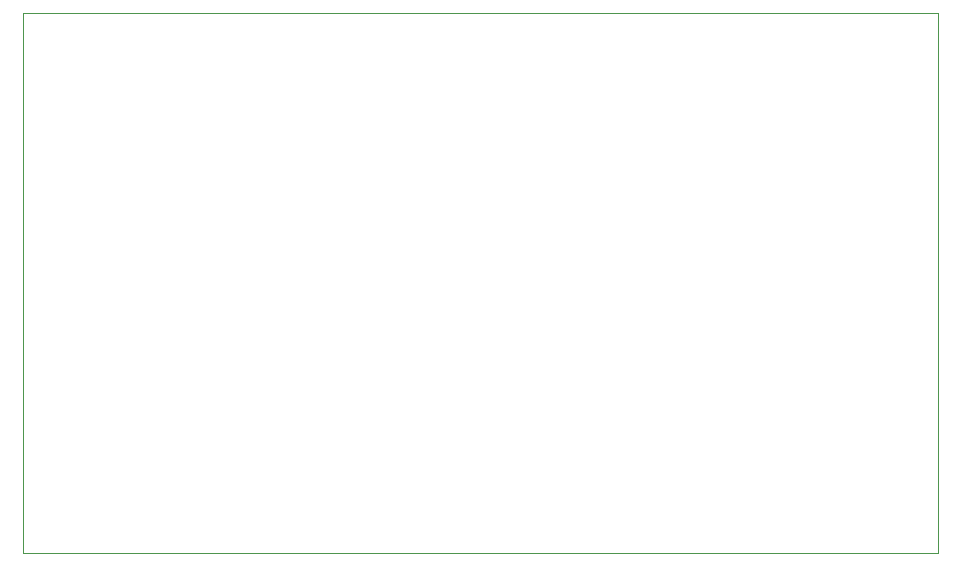
<source format=gbr>
%TF.GenerationSoftware,KiCad,Pcbnew,7.0.10*%
%TF.CreationDate,2024-02-22T19:55:08+01:00*%
%TF.ProjectId,Unibias,556e6962-6961-4732-9e6b-696361645f70,rev?*%
%TF.SameCoordinates,Original*%
%TF.FileFunction,Profile,NP*%
%FSLAX46Y46*%
G04 Gerber Fmt 4.6, Leading zero omitted, Abs format (unit mm)*
G04 Created by KiCad (PCBNEW 7.0.10) date 2024-02-22 19:55:08*
%MOMM*%
%LPD*%
G01*
G04 APERTURE LIST*
%TA.AperFunction,Profile*%
%ADD10C,0.050000*%
%TD*%
G04 APERTURE END LIST*
D10*
X120650000Y-106680000D02*
X120650000Y-60960000D01*
X198120000Y-106680000D02*
X120650000Y-106680000D01*
X120650000Y-60960000D02*
X198120000Y-60960000D01*
X198120000Y-60960000D02*
X198120000Y-106680000D01*
M02*

</source>
